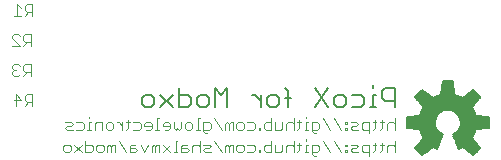
<source format=gbo>
G75*
%MOIN*%
%OFA0B0*%
%FSLAX24Y24*%
%IPPOS*%
%LPD*%
%AMOC8*
5,1,8,0,0,1.08239X$1,22.5*
%
%ADD10C,0.0050*%
%ADD11C,0.0030*%
%ADD12C,0.0059*%
D10*
X009746Y005057D02*
X009848Y004955D01*
X010052Y004955D01*
X010153Y005057D01*
X010153Y005260D01*
X010052Y005362D01*
X009848Y005362D01*
X009746Y005260D01*
X009746Y005057D01*
X010354Y004955D02*
X010761Y005362D01*
X010962Y005362D02*
X011267Y005362D01*
X011369Y005260D01*
X011369Y005057D01*
X011267Y004955D01*
X010962Y004955D01*
X010962Y005566D01*
X011570Y005260D02*
X011671Y005362D01*
X011875Y005362D01*
X011977Y005260D01*
X011977Y005057D01*
X011875Y004955D01*
X011671Y004955D01*
X011570Y005057D01*
X011570Y005260D01*
X012177Y005566D02*
X012177Y004955D01*
X012584Y004955D02*
X012584Y005566D01*
X012381Y005362D01*
X012177Y005566D01*
X013393Y005362D02*
X013495Y005362D01*
X013698Y005159D01*
X013899Y005260D02*
X013899Y005057D01*
X014001Y004955D01*
X014204Y004955D01*
X014306Y005057D01*
X014306Y005260D01*
X014204Y005362D01*
X014001Y005362D01*
X013899Y005260D01*
X013698Y005362D02*
X013698Y004955D01*
X014508Y005260D02*
X014711Y005260D01*
X014610Y005464D02*
X014508Y005566D01*
X014610Y005464D02*
X014610Y004955D01*
X015520Y004955D02*
X015927Y005566D01*
X016229Y005362D02*
X016433Y005362D01*
X016534Y005260D01*
X016534Y005057D01*
X016433Y004955D01*
X016229Y004955D01*
X016127Y005057D01*
X016127Y005260D01*
X016229Y005362D01*
X016735Y005362D02*
X017040Y005362D01*
X017142Y005260D01*
X017142Y005057D01*
X017040Y004955D01*
X016735Y004955D01*
X017344Y004955D02*
X017547Y004955D01*
X017446Y004955D02*
X017446Y005362D01*
X017547Y005362D01*
X017748Y005260D02*
X017850Y005159D01*
X018155Y005159D01*
X018155Y004955D02*
X018155Y005566D01*
X017850Y005566D01*
X017748Y005464D01*
X017748Y005260D01*
X017446Y005566D02*
X017446Y005667D01*
X015927Y004955D02*
X015520Y005566D01*
X010761Y004955D02*
X010354Y005362D01*
D11*
X007114Y003630D02*
X007114Y003507D01*
X007176Y003445D01*
X007299Y003445D01*
X007361Y003507D01*
X007361Y003630D01*
X007299Y003692D01*
X007176Y003692D01*
X007114Y003630D01*
X007483Y003692D02*
X007729Y003445D01*
X007851Y003445D02*
X008036Y003445D01*
X008098Y003507D01*
X008098Y003630D01*
X008036Y003692D01*
X007851Y003692D01*
X007729Y003692D02*
X007483Y003445D01*
X007851Y003445D02*
X007851Y003815D01*
X008219Y003630D02*
X008281Y003692D01*
X008404Y003692D01*
X008466Y003630D01*
X008466Y003507D01*
X008404Y003445D01*
X008281Y003445D01*
X008219Y003507D01*
X008219Y003630D01*
X008587Y003630D02*
X008587Y003445D01*
X008711Y003445D02*
X008711Y003630D01*
X008649Y003692D01*
X008587Y003630D01*
X008711Y003630D02*
X008773Y003692D01*
X008834Y003692D01*
X008834Y003445D01*
X009203Y003445D02*
X008956Y003815D01*
X009324Y003630D02*
X009386Y003692D01*
X009509Y003692D01*
X009509Y003568D02*
X009324Y003568D01*
X009324Y003630D02*
X009324Y003445D01*
X009509Y003445D01*
X009571Y003507D01*
X009509Y003568D01*
X009692Y003692D02*
X009816Y003445D01*
X009939Y003692D01*
X010061Y003630D02*
X010061Y003445D01*
X010184Y003445D02*
X010184Y003630D01*
X010122Y003692D01*
X010061Y003630D01*
X010184Y003630D02*
X010246Y003692D01*
X010308Y003692D01*
X010308Y003445D01*
X010429Y003445D02*
X010676Y003692D01*
X010860Y003815D02*
X010860Y003445D01*
X010921Y003445D02*
X010798Y003445D01*
X010676Y003445D02*
X010429Y003692D01*
X010860Y003815D02*
X010921Y003815D01*
X011105Y003692D02*
X011043Y003630D01*
X011043Y003445D01*
X011228Y003445D01*
X011290Y003507D01*
X011228Y003568D01*
X011043Y003568D01*
X011105Y003692D02*
X011228Y003692D01*
X011411Y003630D02*
X011411Y003445D01*
X011411Y003630D02*
X011473Y003692D01*
X011596Y003692D01*
X011658Y003630D01*
X011780Y003692D02*
X011965Y003692D01*
X012026Y003630D01*
X011965Y003568D01*
X011841Y003568D01*
X011780Y003507D01*
X011841Y003445D01*
X012026Y003445D01*
X012395Y003445D02*
X012148Y003815D01*
X011903Y004072D02*
X011841Y004072D01*
X011780Y004133D01*
X011780Y004442D01*
X011965Y004442D01*
X012026Y004380D01*
X012026Y004257D01*
X011965Y004195D01*
X011780Y004195D01*
X011658Y004195D02*
X011535Y004195D01*
X011596Y004195D02*
X011596Y004565D01*
X011658Y004565D01*
X011413Y004380D02*
X011351Y004442D01*
X011227Y004442D01*
X011166Y004380D01*
X011166Y004257D01*
X011227Y004195D01*
X011351Y004195D01*
X011413Y004257D01*
X011413Y004380D01*
X011044Y004442D02*
X011044Y004257D01*
X010983Y004195D01*
X010921Y004257D01*
X010859Y004195D01*
X010797Y004257D01*
X010797Y004442D01*
X010676Y004380D02*
X010614Y004442D01*
X010491Y004442D01*
X010429Y004380D01*
X010429Y004318D01*
X010676Y004318D01*
X010676Y004257D02*
X010676Y004380D01*
X010676Y004257D02*
X010614Y004195D01*
X010491Y004195D01*
X010308Y004195D02*
X010184Y004195D01*
X010246Y004195D02*
X010246Y004565D01*
X010308Y004565D01*
X010062Y004380D02*
X010000Y004442D01*
X009877Y004442D01*
X009815Y004380D01*
X009815Y004318D01*
X010062Y004318D01*
X010062Y004257D02*
X010062Y004380D01*
X010062Y004257D02*
X010000Y004195D01*
X009877Y004195D01*
X009694Y004257D02*
X009632Y004195D01*
X009447Y004195D01*
X009264Y004257D02*
X009202Y004195D01*
X009264Y004257D02*
X009264Y004504D01*
X009325Y004442D02*
X009202Y004442D01*
X009080Y004442D02*
X009080Y004195D01*
X008773Y004257D02*
X008711Y004195D01*
X008588Y004195D01*
X008526Y004257D01*
X008526Y004380D01*
X008588Y004442D01*
X008711Y004442D01*
X008773Y004380D01*
X008773Y004257D01*
X008956Y004442D02*
X009080Y004318D01*
X008956Y004442D02*
X008895Y004442D01*
X008405Y004442D02*
X008220Y004442D01*
X008158Y004380D01*
X008158Y004195D01*
X008036Y004195D02*
X007913Y004195D01*
X007975Y004195D02*
X007975Y004442D01*
X008036Y004442D01*
X007975Y004565D02*
X007975Y004627D01*
X007729Y004442D02*
X007791Y004380D01*
X007791Y004257D01*
X007729Y004195D01*
X007544Y004195D01*
X007422Y004195D02*
X007237Y004195D01*
X007176Y004257D01*
X007237Y004318D01*
X007361Y004318D01*
X007422Y004380D01*
X007361Y004442D01*
X007176Y004442D01*
X007544Y004442D02*
X007729Y004442D01*
X008405Y004442D02*
X008405Y004195D01*
X009447Y004442D02*
X009632Y004442D01*
X009694Y004380D01*
X009694Y004257D01*
X011658Y003815D02*
X011658Y003445D01*
X012516Y003445D02*
X012516Y003630D01*
X012578Y003692D01*
X012640Y003630D01*
X012640Y003445D01*
X012763Y003445D02*
X012763Y003692D01*
X012701Y003692D01*
X012640Y003630D01*
X012884Y003630D02*
X012884Y003507D01*
X012946Y003445D01*
X013070Y003445D01*
X013131Y003507D01*
X013131Y003630D01*
X013070Y003692D01*
X012946Y003692D01*
X012884Y003630D01*
X013253Y003692D02*
X013438Y003692D01*
X013500Y003630D01*
X013500Y003507D01*
X013438Y003445D01*
X013253Y003445D01*
X013622Y003445D02*
X013684Y003445D01*
X013684Y003507D01*
X013622Y003507D01*
X013622Y003445D01*
X013805Y003507D02*
X013805Y003630D01*
X013867Y003692D01*
X014052Y003692D01*
X014174Y003692D02*
X014174Y003445D01*
X014359Y003445D01*
X014420Y003507D01*
X014420Y003692D01*
X014542Y003630D02*
X014604Y003692D01*
X014727Y003692D01*
X014789Y003630D01*
X014911Y003692D02*
X015034Y003692D01*
X014973Y003754D02*
X014973Y003507D01*
X014911Y003445D01*
X014789Y003445D02*
X014789Y003815D01*
X014542Y003630D02*
X014542Y003445D01*
X014052Y003445D02*
X013867Y003445D01*
X013805Y003507D01*
X014052Y003445D02*
X014052Y003815D01*
X014052Y004195D02*
X013867Y004195D01*
X013805Y004257D01*
X013805Y004380D01*
X013867Y004442D01*
X014052Y004442D01*
X014174Y004442D02*
X014174Y004195D01*
X014359Y004195D01*
X014420Y004257D01*
X014420Y004442D01*
X014542Y004380D02*
X014604Y004442D01*
X014727Y004442D01*
X014789Y004380D01*
X014911Y004442D02*
X015034Y004442D01*
X014973Y004504D02*
X014973Y004257D01*
X014911Y004195D01*
X014789Y004195D02*
X014789Y004565D01*
X014542Y004380D02*
X014542Y004195D01*
X014052Y004195D02*
X014052Y004565D01*
X013500Y004380D02*
X013500Y004257D01*
X013438Y004195D01*
X013253Y004195D01*
X013131Y004257D02*
X013070Y004195D01*
X012946Y004195D01*
X012884Y004257D01*
X012884Y004380D01*
X012946Y004442D01*
X013070Y004442D01*
X013131Y004380D01*
X013131Y004257D01*
X012763Y004195D02*
X012763Y004442D01*
X012701Y004442D01*
X012640Y004380D01*
X012578Y004442D01*
X012516Y004380D01*
X012516Y004195D01*
X012395Y004195D02*
X012148Y004565D01*
X012640Y004380D02*
X012640Y004195D01*
X013253Y004442D02*
X013438Y004442D01*
X013500Y004380D01*
X013622Y004257D02*
X013622Y004195D01*
X013684Y004195D01*
X013684Y004257D01*
X013622Y004257D01*
X015156Y004195D02*
X015280Y004195D01*
X015218Y004195D02*
X015218Y004442D01*
X015280Y004442D01*
X015401Y004442D02*
X015586Y004442D01*
X015648Y004380D01*
X015648Y004257D01*
X015586Y004195D01*
X015401Y004195D01*
X015401Y004133D02*
X015401Y004442D01*
X015218Y004565D02*
X015218Y004627D01*
X015770Y004565D02*
X016016Y004195D01*
X016385Y004195D02*
X016138Y004565D01*
X016507Y004442D02*
X016507Y004380D01*
X016569Y004380D01*
X016569Y004442D01*
X016507Y004442D01*
X016690Y004442D02*
X016876Y004442D01*
X016937Y004380D01*
X016876Y004318D01*
X016752Y004318D01*
X016690Y004257D01*
X016752Y004195D01*
X016937Y004195D01*
X017059Y004257D02*
X017120Y004195D01*
X017306Y004195D01*
X017428Y004195D02*
X017489Y004257D01*
X017489Y004504D01*
X017428Y004442D02*
X017551Y004442D01*
X017673Y004442D02*
X017797Y004442D01*
X017735Y004504D02*
X017735Y004257D01*
X017673Y004195D01*
X017918Y004195D02*
X017918Y004380D01*
X017980Y004442D01*
X018103Y004442D01*
X018165Y004380D01*
X018165Y004565D02*
X018165Y004195D01*
X018165Y003815D02*
X018165Y003445D01*
X018165Y003630D02*
X018103Y003692D01*
X017980Y003692D01*
X017918Y003630D01*
X017918Y003445D01*
X017735Y003507D02*
X017673Y003445D01*
X017735Y003507D02*
X017735Y003754D01*
X017797Y003692D02*
X017673Y003692D01*
X017551Y003692D02*
X017428Y003692D01*
X017489Y003754D02*
X017489Y003507D01*
X017428Y003445D01*
X017306Y003445D02*
X017120Y003445D01*
X017059Y003507D01*
X017059Y003630D01*
X017120Y003692D01*
X017306Y003692D01*
X017306Y003322D01*
X016937Y003445D02*
X016752Y003445D01*
X016690Y003507D01*
X016752Y003568D01*
X016876Y003568D01*
X016937Y003630D01*
X016876Y003692D01*
X016690Y003692D01*
X016569Y003692D02*
X016569Y003630D01*
X016507Y003630D01*
X016507Y003692D01*
X016569Y003692D01*
X016569Y003507D02*
X016569Y003445D01*
X016507Y003445D01*
X016507Y003507D01*
X016569Y003507D01*
X016385Y003445D02*
X016138Y003815D01*
X015770Y003815D02*
X016016Y003445D01*
X015648Y003507D02*
X015586Y003445D01*
X015401Y003445D01*
X015401Y003383D02*
X015401Y003692D01*
X015586Y003692D01*
X015648Y003630D01*
X015648Y003507D01*
X015525Y003322D02*
X015463Y003322D01*
X015401Y003383D01*
X015280Y003445D02*
X015156Y003445D01*
X015218Y003445D02*
X015218Y003692D01*
X015280Y003692D01*
X015218Y003815D02*
X015218Y003877D01*
X015463Y004072D02*
X015401Y004133D01*
X015463Y004072D02*
X015525Y004072D01*
X016507Y004195D02*
X016569Y004195D01*
X016569Y004257D01*
X016507Y004257D01*
X016507Y004195D01*
X017059Y004257D02*
X017059Y004380D01*
X017120Y004442D01*
X017306Y004442D01*
X017306Y004072D01*
X006076Y004995D02*
X006076Y005365D01*
X005891Y005365D01*
X005829Y005304D01*
X005829Y005180D01*
X005891Y005118D01*
X006076Y005118D01*
X005953Y005118D02*
X005829Y004995D01*
X005523Y004995D02*
X005523Y005365D01*
X005708Y005180D01*
X005461Y005180D01*
X005480Y005995D02*
X005603Y005995D01*
X005665Y006057D01*
X005786Y005995D02*
X005910Y006118D01*
X005848Y006118D02*
X006033Y006118D01*
X006033Y005995D02*
X006033Y006365D01*
X005848Y006365D01*
X005786Y006304D01*
X005786Y006180D01*
X005848Y006118D01*
X005542Y006180D02*
X005480Y006180D01*
X005418Y006118D01*
X005418Y006057D01*
X005480Y005995D01*
X005480Y006180D02*
X005418Y006242D01*
X005418Y006304D01*
X005480Y006365D01*
X005603Y006365D01*
X005665Y006304D01*
X005665Y006995D02*
X005418Y006995D01*
X005665Y006995D02*
X005418Y007242D01*
X005418Y007304D01*
X005480Y007365D01*
X005603Y007365D01*
X005665Y007304D01*
X005786Y007304D02*
X005786Y007180D01*
X005848Y007118D01*
X006033Y007118D01*
X006033Y006995D02*
X006033Y007365D01*
X005848Y007365D01*
X005786Y007304D01*
X005910Y007118D02*
X005786Y006995D01*
X005829Y007995D02*
X005953Y008118D01*
X005891Y008118D02*
X006076Y008118D01*
X006076Y007995D02*
X006076Y008365D01*
X005891Y008365D01*
X005829Y008304D01*
X005829Y008180D01*
X005891Y008118D01*
X005708Y007995D02*
X005461Y007995D01*
X005584Y007995D02*
X005584Y008365D01*
X005708Y008242D01*
D12*
X018562Y004598D02*
X018562Y004262D01*
X019007Y004217D01*
X019036Y004116D01*
X019076Y004020D01*
X019127Y003928D01*
X018844Y003582D01*
X019082Y003344D01*
X019428Y003627D01*
X019496Y003588D01*
X019567Y003555D01*
X019765Y004032D01*
X019694Y004070D01*
X019631Y004120D01*
X019578Y004182D01*
X019538Y004252D01*
X019512Y004328D01*
X019500Y004408D01*
X019503Y004489D01*
X019522Y004567D01*
X019555Y004641D01*
X019601Y004707D01*
X019658Y004764D01*
X019725Y004809D01*
X019800Y004840D01*
X019879Y004858D01*
X019959Y004860D01*
X020039Y004847D01*
X020115Y004819D01*
X020184Y004778D01*
X020245Y004724D01*
X020294Y004660D01*
X020331Y004588D01*
X020353Y004510D01*
X020361Y004430D01*
X020355Y004358D01*
X020336Y004288D01*
X020307Y004222D01*
X020267Y004162D01*
X020217Y004109D01*
X020159Y004065D01*
X020095Y004032D01*
X020293Y003555D01*
X020364Y003588D01*
X020432Y003627D01*
X020778Y003344D01*
X021016Y003582D01*
X020733Y003928D01*
X020784Y004020D01*
X020824Y004116D01*
X020853Y004217D01*
X021298Y004262D01*
X021298Y004598D01*
X020853Y004643D01*
X020824Y004744D01*
X020784Y004840D01*
X020733Y004932D01*
X021016Y005278D01*
X020778Y005516D01*
X020432Y005233D01*
X020340Y005284D01*
X020244Y005324D01*
X020143Y005353D01*
X020098Y005798D01*
X019762Y005798D01*
X019717Y005353D01*
X019616Y005324D01*
X019520Y005284D01*
X019428Y005233D01*
X019082Y005516D01*
X018844Y005278D01*
X019127Y004932D01*
X019076Y004840D01*
X019036Y004744D01*
X019007Y004643D01*
X018562Y004598D01*
X018562Y004554D02*
X019519Y004554D01*
X019505Y004497D02*
X018562Y004497D01*
X018562Y004439D02*
X019501Y004439D01*
X019504Y004382D02*
X018562Y004382D01*
X018562Y004324D02*
X019513Y004324D01*
X019533Y004266D02*
X018562Y004266D01*
X019009Y004209D02*
X019563Y004209D01*
X019604Y004151D02*
X019026Y004151D01*
X019045Y004094D02*
X019664Y004094D01*
X019758Y004036D02*
X019069Y004036D01*
X019099Y003979D02*
X019743Y003979D01*
X019719Y003921D02*
X019121Y003921D01*
X019074Y003864D02*
X019695Y003864D01*
X019672Y003806D02*
X019027Y003806D01*
X018980Y003748D02*
X019648Y003748D01*
X019624Y003691D02*
X018933Y003691D01*
X018886Y003633D02*
X019600Y003633D01*
X019576Y003576D02*
X019522Y003576D01*
X019366Y003576D02*
X018850Y003576D01*
X018908Y003518D02*
X019295Y003518D01*
X019225Y003461D02*
X018965Y003461D01*
X019023Y003403D02*
X019154Y003403D01*
X019083Y003346D02*
X019080Y003346D01*
X020188Y003806D02*
X020833Y003806D01*
X020880Y003748D02*
X020212Y003748D01*
X020236Y003691D02*
X020927Y003691D01*
X020974Y003633D02*
X020260Y003633D01*
X020284Y003576D02*
X020338Y003576D01*
X020494Y003576D02*
X021010Y003576D01*
X020952Y003518D02*
X020565Y003518D01*
X020635Y003461D02*
X020895Y003461D01*
X020837Y003403D02*
X020706Y003403D01*
X020777Y003346D02*
X020780Y003346D01*
X020786Y003864D02*
X020165Y003864D01*
X020141Y003921D02*
X020739Y003921D01*
X020761Y003979D02*
X020117Y003979D01*
X020103Y004036D02*
X020791Y004036D01*
X020815Y004094D02*
X020197Y004094D01*
X020257Y004151D02*
X020834Y004151D01*
X020851Y004209D02*
X020298Y004209D01*
X020327Y004266D02*
X021298Y004266D01*
X021298Y004324D02*
X020346Y004324D01*
X020357Y004382D02*
X021298Y004382D01*
X021298Y004439D02*
X020360Y004439D01*
X020354Y004497D02*
X021298Y004497D01*
X021298Y004554D02*
X020340Y004554D01*
X020319Y004612D02*
X021161Y004612D01*
X020845Y004669D02*
X020287Y004669D01*
X020241Y004727D02*
X020829Y004727D01*
X020807Y004784D02*
X020173Y004784D01*
X020052Y004842D02*
X020783Y004842D01*
X020751Y004900D02*
X019109Y004900D01*
X019106Y004957D02*
X020754Y004957D01*
X020801Y005015D02*
X019059Y005015D01*
X019012Y005072D02*
X020848Y005072D01*
X020895Y005130D02*
X018965Y005130D01*
X018918Y005187D02*
X020942Y005187D01*
X020989Y005245D02*
X020446Y005245D01*
X020411Y005245D02*
X019449Y005245D01*
X019414Y005245D02*
X018871Y005245D01*
X018868Y005302D02*
X019343Y005302D01*
X019273Y005360D02*
X018926Y005360D01*
X018983Y005418D02*
X019202Y005418D01*
X019132Y005475D02*
X019041Y005475D01*
X019564Y005302D02*
X020296Y005302D01*
X020142Y005360D02*
X019718Y005360D01*
X019723Y005418D02*
X020137Y005418D01*
X020131Y005475D02*
X019729Y005475D01*
X019735Y005533D02*
X020125Y005533D01*
X020119Y005590D02*
X019741Y005590D01*
X019747Y005648D02*
X020113Y005648D01*
X020107Y005705D02*
X019753Y005705D01*
X019759Y005763D02*
X020101Y005763D01*
X020587Y005360D02*
X020934Y005360D01*
X020877Y005418D02*
X020658Y005418D01*
X020728Y005475D02*
X020819Y005475D01*
X020992Y005302D02*
X020517Y005302D01*
X019807Y004842D02*
X019077Y004842D01*
X019053Y004784D02*
X019689Y004784D01*
X019620Y004727D02*
X019031Y004727D01*
X019015Y004669D02*
X019574Y004669D01*
X019542Y004612D02*
X018699Y004612D01*
M02*

</source>
